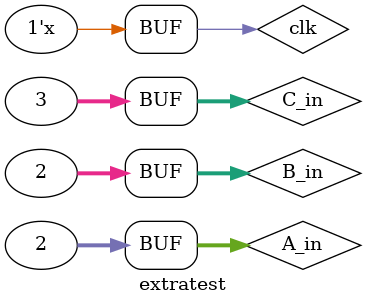
<source format=v>
`timescale 1ns / 1ps
module extratest;

    // Inputs
    reg clk=0;
    reg [31:0] A_in;
    reg [31:0] B_in;
    reg [31:0] C_in;

    // Outputs
    wire [35:0] Q;

    // Instantiate the Unit Under Test (UUT)
    perfOp uut (
        .clk(clk), 
        .A_in(A_in), 
        .B_in(B_in), 
        .C_in(C_in), 
        .Q(Q)
    );

always #5 clk <= !clk;

    initial begin
            A_in = 0;
            B_in = 0;
            C_in = 0;
        #100;
        
        //Stimulus 1
            A_in = 2;
            B_in = 3;
            C_in = 4;
        # 10;
        
        //Stimulus 2
            A_in = 1;
            B_in = 1;
            C_in = 1;
        # 10;
        
        //Stimulus 3
            A_in = 2;
            B_in = 2;
            C_in = 3;
        # 10;

    end
      
endmodule
</source>
